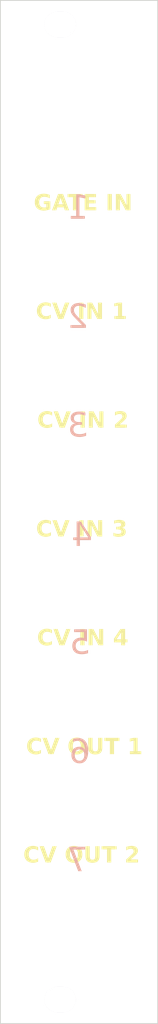
<source format=kicad_pcb>
(kicad_pcb (version 20240108) (generator "pcbnew") (generator_version "8.0")
  (layers (0 "F.Cu" signal) (31 "B.Cu" signal) (34 "B.Paste" user) (35 "F.Paste" user) (36 "B.SilkS" user "B.Silkscreen") (37 "F.SilkS" user "F.Silkscreen") (38 "B.Mask" user) (39 "F.Mask" user) (44 "Edge.Cuts" user))
  (net 0 "")
  (footprint "MountingHole:MountingHole_6mm" (layer "F.Cu") (at 88.819979 59.404584)
    (property "Reference" "REF**" (hide yes))
    (property "Value" "MountingHole_6mm" (hide yes))
    (pad "" np_thru_hole circle (at 0 0) (size 6 6) (drill 6) (layers "*.Cu" "*.Mask"))
  )
  (footprint "MountingHole:MountingHole_6mm" (layer "F.Cu") (at 88.819979 86.59176)
    (property "Reference" "REF**" (hide yes))
    (property "Value" "MountingHole_6mm" (hide yes))
    (pad "" np_thru_hole circle (at 0 0) (size 6 6) (drill 6) (layers "*.Cu" "*.Mask"))
  )
  (footprint "MountingHole:MountingHole_6mm" (layer "F.Cu") (at 88.819979 45.810996)
    (property "Reference" "REF**" (hide yes))
    (property "Value" "MountingHole_6mm" (hide yes))
    (pad "" np_thru_hole circle (at 0 0) (size 6 6) (drill 6) (layers "*.Cu" "*.Mask"))
  )
  (footprint "winterbloom:MountingHole_M3_Slotted_Eurorack" (layer "F.Cu") (at 86.438469 151.434214)
    (property "Reference" " " (hide yes))
    (property "Value" " " (hide yes))
    (pad "" np_thru_hole roundrect (at 0 0) (size 4 3.2) (drill oval 4 3.2) (layers "*.Cu" "*.Mask") (roundrect_rratio 0.5))
  )
  (footprint "MountingHole:MountingHole_6mm" (layer "F.Cu") (at 88.819979 72.998172)
    (property "Reference" "REF**" (hide yes))
    (property "Value" "MountingHole_6mm" (hide yes))
    (pad "" np_thru_hole circle (at 0 0) (size 6 6) (drill 6) (layers "*.Cu" "*.Mask"))
  )
  (footprint "MountingHole:MountingHole_6mm" (layer "F.Cu") (at 88.819979 113.778936)
    (property "Reference" "REF**" (hide yes))
    (property "Value" "MountingHole_6mm" (hide yes))
    (pad "" np_thru_hole circle (at 0 0) (size 6 6) (drill 6) (layers "*.Cu" "*.Mask"))
  )
  (footprint "winterbloom:MountingHole_M3_Slotted_Eurorack" (layer "F.Cu") (at 86.450076 29.531696)
    (property "Reference" " " (hide yes))
    (property "Value" " " (hide yes))
    (pad "" np_thru_hole roundrect (at 0 0) (size 4 3.2) (drill oval 4 3.2) (layers "*.Cu" "*.Mask") (roundrect_rratio 0.5))
  )
  (footprint "MountingHole:MountingHole_6mm" (layer "F.Cu") (at 88.819979 100.185348)
    (property "Reference" "REF**" (hide yes))
    (property "Value" "MountingHole_6mm" (hide yes))
    (pad "" np_thru_hole circle (at 0 0) (size 6 6) (drill 6) (layers "*.Cu" "*.Mask"))
  )
  (footprint "MountingHole:MountingHole_6mm" (layer "F.Cu") (at 88.819979 127.372529)
    (property "Reference" "REF**" (hide yes))
    (property "Value" "MountingHole_6mm" (hide yes))
    (pad "" np_thru_hole circle (at 0 0) (size 6 6) (drill 6) (layers "*.Cu" "*.Mask"))
  )
  (gr_rect (start 78.930862 26.522333) (end 98.705227 154.425067) (stroke (width 0.1)) (fill none) (layer "Edge.Cuts"))
  (gr_text "1" (at 90.061714 54.330225 0) (layer "B.SilkS") (effects (font (size 3 3)) (justify left bottom mirror)))
  (gr_text "5" (at 90.273101 108.712253 0) (layer "B.SilkS") (effects (font (size 3 3)) (justify left bottom mirror)))
  (gr_text "7" (at 89.917622 135.894127 0) (layer "B.SilkS") (effects (font (size 3 3)) (justify left bottom mirror)))
  (gr_text "2" (at 89.987415 67.972916 0) (layer "B.SilkS") (effects (font (size 3 3)) (justify left bottom mirror)))
  (gr_text "3" (at 90.022209 81.552705 0) (layer "B.SilkS") (effects (font (size 3 3)) (justify left bottom mirror)))
  (gr_text "6" (at 90.263852 122.356143 0) (layer "B.SilkS") (effects (font (size 3 3)) (justify left bottom mirror)))
  (gr_text "4" (at 90.512853 95.230716 0) (layer "B.SilkS") (effects (font (size 3 3)) (justify left bottom mirror)))
  (gr_text "CV IN 2" (at 83.558029 80.275208 0) (layer "F.SilkS") (effects (font (size 2 2) (thickness 0.4) (bold yes)) (justify left bottom)))
  (gr_text "CV OUT 1" (at 82.151198 121.089331 0) (layer "F.SilkS") (effects (font (size 2 2) (thickness 0.4) (bold yes)) (justify left bottom)))
  (gr_text "CV IN 1" (at 83.381038 66.685744 0) (layer "F.SilkS") (effects (font (size 2 2) (thickness 0.4) (bold yes)) (justify left bottom)))
  (gr_text "CV OUT 2" (at 81.796272 134.63465 0) (layer "F.SilkS") (effects (font (size 2 2) (thickness 0.4) (bold yes)) (justify left bottom)))
  (gr_text "GATE IN" (at 83.114354 53.103291 0) (layer "F.SilkS") (effects (font (size 2 2) (thickness 0.4) (bold yes)) (justify left bottom)))
  (gr_text "CV IN 4" (at 83.529055 107.481801 0) (layer "F.SilkS") (effects (font (size 2 2) (thickness 0.4) (bold yes)) (justify left bottom)))
  (gr_text "CV IN 3" (at 83.404305 93.878322 0) (layer "F.SilkS") (effects (font (size 2 2) (thickness 0.4) (bold yes)) (justify left bottom)))
)
</source>
